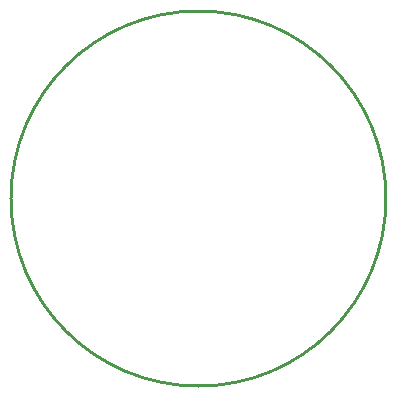
<source format=gko>
%FSLAX24Y24*%
%MOIN*%
G70*
G01*
G75*
G04 Layer_Color=16711935*
%ADD10C,0.0100*%
G04:AMPARAMS|DCode=11|XSize=63mil|YSize=98.4mil|CornerRadius=15.7mil|HoleSize=0mil|Usage=FLASHONLY|Rotation=0.000|XOffset=0mil|YOffset=0mil|HoleType=Round|Shape=RoundedRectangle|*
%AMROUNDEDRECTD11*
21,1,0.0630,0.0669,0,0,0.0*
21,1,0.0315,0.0984,0,0,0.0*
1,1,0.0315,0.0157,-0.0335*
1,1,0.0315,-0.0157,-0.0335*
1,1,0.0315,-0.0157,0.0335*
1,1,0.0315,0.0157,0.0335*
%
%ADD11ROUNDEDRECTD11*%
G04:AMPARAMS|DCode=12|XSize=33.5mil|YSize=17.7mil|CornerRadius=4.4mil|HoleSize=0mil|Usage=FLASHONLY|Rotation=0.000|XOffset=0mil|YOffset=0mil|HoleType=Round|Shape=RoundedRectangle|*
%AMROUNDEDRECTD12*
21,1,0.0335,0.0089,0,0,0.0*
21,1,0.0246,0.0177,0,0,0.0*
1,1,0.0089,0.0123,-0.0044*
1,1,0.0089,-0.0123,-0.0044*
1,1,0.0089,-0.0123,0.0044*
1,1,0.0089,0.0123,0.0044*
%
%ADD12ROUNDEDRECTD12*%
%ADD13O,0.0335X0.0110*%
%ADD14O,0.0110X0.0335*%
%ADD15R,0.2028X0.2028*%
%ADD16R,0.1850X0.1850*%
%ADD17O,0.0110X0.0315*%
%ADD18O,0.0315X0.0110*%
%ADD19O,0.0276X0.0098*%
%ADD20O,0.0098X0.0276*%
%ADD21O,0.0532X0.0177*%
%ADD22R,0.0142X0.0142*%
%ADD23R,0.0110X0.0110*%
G04:AMPARAMS|DCode=24|XSize=59.1mil|YSize=102.4mil|CornerRadius=0mil|HoleSize=0mil|Usage=FLASHONLY|Rotation=230.000|XOffset=0mil|YOffset=0mil|HoleType=Round|Shape=Rectangle|*
%AMROTATEDRECTD24*
4,1,4,-0.0202,0.0555,0.0582,-0.0103,0.0202,-0.0555,-0.0582,0.0103,-0.0202,0.0555,0.0*
%
%ADD24ROTATEDRECTD24*%

%ADD25R,0.0551X0.0630*%
%ADD26R,0.0630X0.0748*%
%ADD27R,0.0532X0.0157*%
%ADD28R,0.0138X0.0098*%
%ADD29R,0.0098X0.0187*%
%ADD30R,0.0217X0.0394*%
%ADD31R,0.0118X0.0193*%
%ADD32R,0.0118X0.0209*%
%ADD33R,0.0787X0.0472*%
%ADD34R,0.0335X0.0157*%
%ADD35R,0.0157X0.0335*%
%ADD36R,0.0276X0.0354*%
%ADD37R,0.0197X0.0315*%
%ADD38O,0.0315X0.0157*%
%ADD39R,0.2362X0.1890*%
%ADD40R,0.0236X0.0157*%
%ADD41R,0.0197X0.0354*%
%ADD42R,0.0157X0.0236*%
%ADD43R,0.0354X0.0197*%
%ADD44C,0.0060*%
%ADD45C,0.0050*%
%ADD46C,0.0120*%
%ADD47C,0.0181*%
%ADD48C,0.0080*%
%ADD49C,0.0150*%
%ADD50C,0.1260*%
%ADD51C,0.0630*%
%ADD52C,0.0180*%
%ADD53C,0.0197*%
%ADD54C,0.0276*%
%ADD55C,0.0260*%
%ADD56C,0.0220*%
%ADD57C,0.0200*%
%ADD58R,0.0236X0.0610*%
%ADD59R,0.0472X0.0709*%
%ADD60R,0.0591X0.0236*%
%ADD61R,0.0236X0.0591*%
%ADD62R,0.0512X0.0217*%
%ADD63R,0.1299X0.1299*%
%ADD64O,0.0315X0.0098*%
%ADD65O,0.0098X0.0315*%
%ADD66C,0.0098*%
%ADD67C,0.0039*%
%ADD68C,0.0079*%
%ADD69C,0.0047*%
G04:AMPARAMS|DCode=70|XSize=43.3mil|YSize=55.1mil|CornerRadius=0mil|HoleSize=0mil|Usage=FLASHONLY|Rotation=230.000|XOffset=0mil|YOffset=0mil|HoleType=Round|Shape=Rectangle|*
%AMROTATEDRECTD70*
4,1,4,-0.0072,0.0343,0.0350,-0.0011,0.0072,-0.0343,-0.0350,0.0011,-0.0072,0.0343,0.0*
%
%ADD70ROTATEDRECTD70*%

G04:AMPARAMS|DCode=71|XSize=69mil|YSize=104.4mil|CornerRadius=18.7mil|HoleSize=0mil|Usage=FLASHONLY|Rotation=0.000|XOffset=0mil|YOffset=0mil|HoleType=Round|Shape=RoundedRectangle|*
%AMROUNDEDRECTD71*
21,1,0.0690,0.0669,0,0,0.0*
21,1,0.0315,0.1044,0,0,0.0*
1,1,0.0375,0.0157,-0.0335*
1,1,0.0375,-0.0157,-0.0335*
1,1,0.0375,-0.0157,0.0335*
1,1,0.0375,0.0157,0.0335*
%
%ADD71ROUNDEDRECTD71*%
G04:AMPARAMS|DCode=72|XSize=39.5mil|YSize=23.7mil|CornerRadius=7.4mil|HoleSize=0mil|Usage=FLASHONLY|Rotation=0.000|XOffset=0mil|YOffset=0mil|HoleType=Round|Shape=RoundedRectangle|*
%AMROUNDEDRECTD72*
21,1,0.0395,0.0089,0,0,0.0*
21,1,0.0246,0.0237,0,0,0.0*
1,1,0.0149,0.0123,-0.0044*
1,1,0.0149,-0.0123,-0.0044*
1,1,0.0149,-0.0123,0.0044*
1,1,0.0149,0.0123,0.0044*
%
%ADD72ROUNDEDRECTD72*%
%ADD73O,0.0390X0.0165*%
%ADD74O,0.0165X0.0390*%
%ADD75R,0.2088X0.2088*%
%ADD76R,0.1910X0.1910*%
%ADD77O,0.0165X0.0370*%
%ADD78O,0.0370X0.0165*%
%ADD79O,0.0336X0.0158*%
%ADD80O,0.0158X0.0336*%
%ADD81O,0.0592X0.0237*%
%ADD82R,0.0202X0.0202*%
%ADD83R,0.0170X0.0170*%
G04:AMPARAMS|DCode=84|XSize=65.1mil|YSize=108.4mil|CornerRadius=0mil|HoleSize=0mil|Usage=FLASHONLY|Rotation=230.000|XOffset=0mil|YOffset=0mil|HoleType=Round|Shape=Rectangle|*
%AMROTATEDRECTD84*
4,1,4,-0.0206,0.0597,0.0624,-0.0099,0.0206,-0.0597,-0.0624,0.0099,-0.0206,0.0597,0.0*
%
%ADD84ROTATEDRECTD84*%

%ADD85R,0.0630X0.0709*%
%ADD86R,0.0709X0.0827*%
%ADD87R,0.0610X0.0236*%
%ADD88R,0.0198X0.0158*%
%ADD89R,0.0158X0.0247*%
%ADD90R,0.0277X0.0454*%
%ADD91R,0.0178X0.0253*%
%ADD92R,0.0178X0.0269*%
%ADD93R,0.0847X0.0532*%
%ADD94R,0.0395X0.0217*%
%ADD95R,0.0217X0.0395*%
%ADD96R,0.0336X0.0414*%
%ADD97R,0.0257X0.0375*%
%ADD98O,0.0375X0.0217*%
%ADD99R,0.2422X0.1950*%
%ADD100R,0.0296X0.0217*%
%ADD101R,0.0257X0.0414*%
%ADD102R,0.0217X0.0296*%
%ADD103R,0.0414X0.0257*%
%ADD104C,0.1320*%
%ADD105C,0.0690*%
%ADD106C,0.0320*%
%ADD107C,0.0020*%
%ADD108R,0.0296X0.0670*%
%ADD109R,0.0532X0.0769*%
%ADD110R,0.0651X0.0296*%
%ADD111R,0.0296X0.0651*%
%ADD112R,0.0572X0.0277*%
%ADD113R,0.1359X0.1359*%
%ADD114O,0.0375X0.0158*%
%ADD115O,0.0158X0.0375*%
%ADD116C,0.0076*%
D10*
X6250Y0D02*
G03*
X6250Y0I-6250J0D01*
G01*
M02*

</source>
